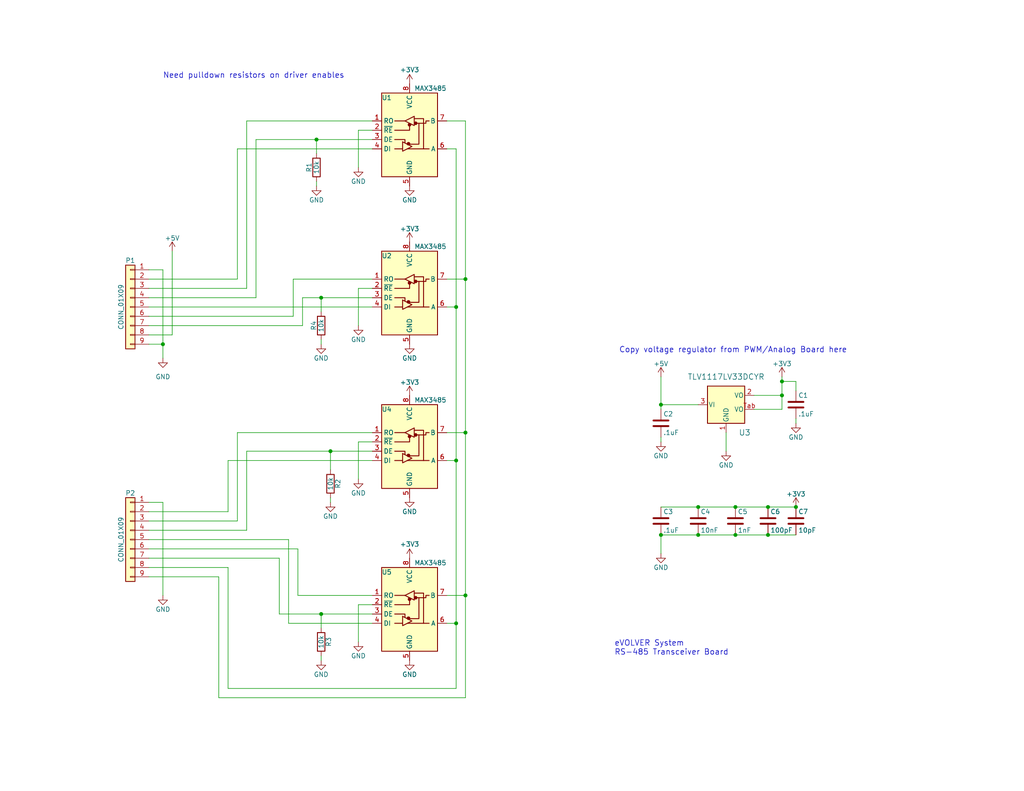
<source format=kicad_sch>
(kicad_sch (version 20211123) (generator eeschema)
  (paper "A")
  (lib_symbols
    (symbol "Connector_Generic:Conn_01x09" (pin_names (offset 1.016) hide)
      (property "Reference" "J" (at 0 12.7 0))
      (property "Value" "Conn_01x09" (at 0 -12.7 0))
      (symbol "Conn_01x09_1_1"
        (rectangle (start -1.27 -10.033) (end 0 -10.287) (stroke (width 0.1524)))
        (rectangle (start -1.27 -7.493) (end 0 -7.747) (stroke (width 0.1524)))
        (rectangle (start -1.27 -4.953) (end 0 -5.207) (stroke (width 0.1524)))
        (rectangle (start -1.27 -2.413) (end 0 -2.667) (stroke (width 0.1524)))
        (rectangle (start -1.27 0.127) (end 0 -0.127) (stroke (width 0.1524)))
        (rectangle (start -1.27 2.667) (end 0 2.413) (stroke (width 0.1524)))
        (rectangle (start -1.27 5.207) (end 0 4.953) (stroke (width 0.1524)))
        (rectangle (start -1.27 7.747) (end 0 7.493) (stroke (width 0.1524)))
        (rectangle (start -1.27 10.287) (end 0 10.033) (stroke (width 0.1524)))
        (rectangle (start -1.27 11.43) (end 1.27 -11.43) (stroke (width 0.254)) (fill (type background)))
        (pin passive line (at -5.08 10.16 0) (length 3.81) (name "Pin_1") (number "1"))
        (pin passive line (at -5.08 7.62 0) (length 3.81) (name "Pin_2") (number "2"))
        (pin passive line (at -5.08 5.08 0) (length 3.81) (name "Pin_3") (number "3"))
        (pin passive line (at -5.08 2.54 0) (length 3.81) (name "Pin_4") (number "4"))
        (pin passive line (at -5.08 0 0) (length 3.81) (name "Pin_5") (number "5"))
        (pin passive line (at -5.08 -2.54 0) (length 3.81) (name "Pin_6") (number "6"))
        (pin passive line (at -5.08 -5.08 0) (length 3.81) (name "Pin_7") (number "7"))
        (pin passive line (at -5.08 -7.62 0) (length 3.81) (name "Pin_8") (number "8"))
        (pin passive line (at -5.08 -10.16 0) (length 3.81) (name "Pin_9") (number "9"))
      )
    )
    (symbol "Device:C" (pin_numbers hide) (pin_names (offset 0.254))
      (property "Reference" "C" (at 0.635 2.54 0))
      (property "Value" "C" (at 0.635 -2.54 0))
      (symbol "C_0_1"
        (polyline (pts (xy -2.032 -0.762) (xy 2.032 -0.762)) (stroke (width 0.508)))
        (polyline (pts (xy -2.032 0.762) (xy 2.032 0.762)) (stroke (width 0.508)))
      )
      (symbol "C_1_1"
        (pin passive line (at 0 3.81 270) (length 2.794) (name "~") (number "1"))
        (pin passive line (at 0 -3.81 90) (length 2.794) (name "~") (number "2"))
      )
    )
    (symbol "Device:R" (pin_numbers hide) (pin_names (offset 0))
      (property "Reference" "R" (at 2.032 0 90))
      (property "Value" "R" (at 0 0 90))
      (symbol "R_0_1"
        (rectangle (start -1.016 -2.54) (end 1.016 2.54) (stroke (width 0.254)))
      )
      (symbol "R_1_1"
        (pin passive line (at 0 3.81 270) (length 1.27) (name "~") (number "1"))
        (pin passive line (at 0 -3.81 90) (length 1.27) (name "~") (number "2"))
      )
    )
    (symbol "Interface_UART:MAX3485"
      (property "Reference" "U" (at -6.096 11.43 0))
      (property "Value" "MAX3485" (at 0.762 11.43 0))
      (symbol "MAX3485_0_1"
        (rectangle (start -7.62 10.16) (end 7.62 -12.7) (stroke (width 0.254)) (fill (type background)))
        (circle (center -0.3048 -3.683) (radius 0.3556) (stroke (width 0.254)) (fill (type outline)))
        (circle (center -0.0254 1.4986) (radius 0.3556) (stroke (width 0.254)) (fill (type outline)))
        (polyline (pts (xy -4.064 -5.08) (xy -1.905 -5.08)) (stroke (width 0.254)))
        (polyline (pts (xy -4.064 2.54) (xy -1.27 2.54)) (stroke (width 0.254)))
        (polyline (pts (xy -1.27 -3.2004) (xy -1.27 -3.4544)) (stroke (width 0.254)))
        (polyline (pts (xy -0.635 -5.08) (xy 5.334 -5.08)) (stroke (width 0.254)))
        (polyline (pts (xy -4.064 -2.54) (xy -1.27 -2.54) (xy -1.27 -3.175)) (stroke (width 0.254)))
        (polyline (pts (xy 0 1.27) (xy 0 0) (xy -4.064 0)) (stroke (width 0.254)))
        (polyline (pts (xy 1.27 3.175) (xy 3.81 3.175) (xy 3.81 -5.08)) (stroke (width 0.254)))
        (polyline (pts (xy 2.54 1.905) (xy 2.54 -3.81) (xy 0 -3.81)) (stroke (width 0.254)))
        (polyline (pts (xy -1.905 -3.175) (xy -1.905 -5.715) (xy 0.635 -4.445) (xy -1.905 -3.175)) (stroke (width 0.254)))
        (polyline (pts (xy -1.27 2.54) (xy 1.27 3.81) (xy 1.27 1.27) (xy -1.27 2.54)) (stroke (width 0.254)))
        (polyline (pts (xy 1.905 1.905) (xy 4.445 1.905) (xy 4.445 2.54) (xy 5.334 2.54)) (stroke (width 0.254)))
        (rectangle (start 1.27 3.175) (end 1.27 3.175))
        (circle (center 1.651 1.905) (radius 0.3556) (stroke (width 0.254)) (fill (type outline)))
      )
      (symbol "MAX3485_1_1"
        (pin output line (at -10.16 2.54 0) (length 2.54) (name "RO") (number "1"))
        (pin input line (at -10.16 0 0) (length 2.54) (name "~{RE}") (number "2"))
        (pin input line (at -10.16 -2.54 0) (length 2.54) (name "DE") (number "3"))
        (pin input line (at -10.16 -5.08 0) (length 2.54) (name "DI") (number "4"))
        (pin power_in line (at 0 -15.24 90) (length 2.54) (name "GND") (number "5"))
        (pin bidirectional line (at 10.16 -5.08 180) (length 2.54) (name "A") (number "6"))
        (pin bidirectional line (at 10.16 2.54 180) (length 2.54) (name "B") (number "7"))
        (pin power_in line (at 0 12.7 270) (length 2.54) (name "VCC") (number "8"))
      )
    )
    (symbol "Regulator_Linear:TLV1117-33" (pin_names (offset 0.254))
      (property "Reference" "U3" (at 5.08 -7.62 0))
      (property "Value" "TLV1117LV33DCYR" (at 0 7.62 0))
      (symbol "TLV1117-33_0_1"
        (rectangle (start -5.08 5.08) (end 5.08 -5.08) (stroke (width 0.254)) (fill (type background)))
      )
      (symbol "TLV1117-33_1_1"
        (pin power_in line (at 0 -7.62 90) (length 2.54) (name "GND") (number "1"))
        (pin power_out line (at 7.62 2.54 180) (length 2.54) (name "VO") (number "2"))
        (pin power_in line (at -7.62 0 0) (length 2.54) (name "VI") (number "3"))
        (pin power_out line (at 7.62 -1.27 180) (length 2.54) (name "VO") (number "Tab"))
      )
    )
    (symbol "power:+3V3" (power) (pin_names (offset 0))
      (property "Value" "+3V3" (at 0 3.556 0))
      (symbol "+3V3_0_1"
        (polyline (pts (xy -0.762 1.27) (xy 0 2.54)))
        (polyline (pts (xy 0 0) (xy 0 2.54)))
        (polyline (pts (xy 0 2.54) (xy 0.762 1.27)))
      )
      (symbol "+3V3_1_1"
        (pin power_in line (at 0 0 90) (length 0) hide (name "+3V3") (number "1"))
      )
    )
    (symbol "power:+5V" (power) (pin_names (offset 0))
      (property "Value" "+5V" (at 0 3.556 0))
      (symbol "+5V_0_1"
        (polyline (pts (xy -0.762 1.27) (xy 0 2.54)))
        (polyline (pts (xy 0 0) (xy 0 2.54)))
        (polyline (pts (xy 0 2.54) (xy 0.762 1.27)))
      )
      (symbol "+5V_1_1"
        (pin power_in line (at 0 0 90) (length 0) hide (name "+5V") (number "1"))
      )
    )
    (symbol "power:GND" (power) (pin_names (offset 0))
      (property "Value" "GND" (at 0 -3.81 0))
      (symbol "GND_0_1"
        (polyline (pts (xy 0 0) (xy 0 -1.27) (xy 1.27 -1.27) (xy 0 -2.54) (xy -1.27 -1.27) (xy 0 -1.27)))
      )
      (symbol "GND_1_1"
        (pin power_in line (at 0 0 270) (length 0) hide (name "GND") (number "1"))
      )
    )
  )
  (junction (at 200.66 146.05))
  (junction (at 200.66 138.43))
  (junction (at 124.46 170.18))
  (junction (at 127 118.11))
  (junction (at 190.5 146.05))
  (junction (at 124.46 125.73))
  (junction (at 87.63 167.64))
  (junction (at 209.55 138.43))
  (junction (at 86.36 38.1))
  (junction (at 213.36 104.14))
  (junction (at 217.17 138.43))
  (junction (at 44.45 93.98))
  (junction (at 87.63 81.28))
  (junction (at 180.34 146.05))
  (junction (at 90.17 123.19))
  (junction (at 124.46 83.82))
  (junction (at 213.36 107.95))
  (junction (at 127 76.2))
  (junction (at 190.5 138.43))
  (junction (at 180.34 110.49))
  (junction (at 127 162.56))
  (junction (at 209.55 146.05))
  (wire (pts (xy 97.79 120.65) (xy 97.79 130.81)))
  (wire (pts (xy 81.28 162.56) (xy 101.6 162.56)))
  (wire (pts (xy 59.69 190.5) (xy 59.69 157.48)))
  (wire (pts (xy 121.92 170.18) (xy 124.46 170.18)))
  (wire (pts (xy 64.77 118.11) (xy 101.6 118.11)))
  (wire (pts (xy 101.6 35.56) (xy 97.79 35.56)))
  (wire (pts (xy 87.63 85.09) (xy 87.63 81.28)))
  (wire (pts (xy 86.36 38.1) (xy 101.6 38.1)))
  (wire (pts (xy 64.77 76.2) (xy 64.77 40.64)))
  (wire (pts (xy 69.85 38.1) (xy 69.85 81.28)))
  (wire (pts (xy 64.77 40.64) (xy 101.6 40.64)))
  (wire (pts (xy 69.85 81.28) (xy 40.64 81.28)))
  (wire (pts (xy 97.79 78.74) (xy 101.6 78.74)))
  (wire (pts (xy 76.2 167.64) (xy 87.63 167.64)))
  (wire (pts (xy 59.69 157.48) (xy 40.64 157.48)))
  (wire (pts (xy 217.17 114.3) (xy 217.17 115.57)))
  (wire (pts (xy 101.6 120.65) (xy 97.79 120.65)))
  (wire (pts (xy 40.64 93.98) (xy 44.45 93.98)))
  (wire (pts (xy 87.63 167.64) (xy 101.6 167.64)))
  (wire (pts (xy 200.66 138.43) (xy 209.55 138.43)))
  (wire (pts (xy 80.01 76.2) (xy 101.6 76.2)))
  (wire (pts (xy 180.34 102.87) (xy 180.34 110.49)))
  (wire (pts (xy 62.23 125.73) (xy 62.23 139.7)))
  (wire (pts (xy 213.36 104.14) (xy 213.36 107.95)))
  (wire (pts (xy 78.74 170.18) (xy 101.6 170.18)))
  (wire (pts (xy 40.64 142.24) (xy 64.77 142.24)))
  (wire (pts (xy 67.31 144.78) (xy 67.31 123.19)))
  (wire (pts (xy 124.46 40.64) (xy 124.46 83.82)))
  (wire (pts (xy 121.92 40.64) (xy 124.46 40.64)))
  (wire (pts (xy 44.45 137.16) (xy 44.45 162.56)))
  (wire (pts (xy 40.64 73.66) (xy 44.45 73.66)))
  (wire (pts (xy 127 33.02) (xy 127 76.2)))
  (wire (pts (xy 97.79 35.56) (xy 97.79 45.72)))
  (wire (pts (xy 180.34 151.13) (xy 180.34 146.05)))
  (wire (pts (xy 97.79 165.1) (xy 101.6 165.1)))
  (wire (pts (xy 124.46 83.82) (xy 124.46 125.73)))
  (wire (pts (xy 180.34 138.43) (xy 190.5 138.43)))
  (wire (pts (xy 40.64 83.82) (xy 101.6 83.82)))
  (wire (pts (xy 190.5 146.05) (xy 200.66 146.05)))
  (wire (pts (xy 121.92 76.2) (xy 127 76.2)))
  (wire (pts (xy 87.63 171.45) (xy 87.63 167.64)))
  (wire (pts (xy 78.74 147.32) (xy 78.74 170.18)))
  (wire (pts (xy 82.55 81.28) (xy 87.63 81.28)))
  (wire (pts (xy 76.2 152.4) (xy 76.2 167.64)))
  (wire (pts (xy 82.55 88.9) (xy 82.55 81.28)))
  (wire (pts (xy 40.64 76.2) (xy 64.77 76.2)))
  (wire (pts (xy 200.66 146.05) (xy 209.55 146.05)))
  (wire (pts (xy 62.23 139.7) (xy 40.64 139.7)))
  (wire (pts (xy 90.17 135.89) (xy 90.17 137.16)))
  (wire (pts (xy 62.23 125.73) (xy 101.6 125.73)))
  (wire (pts (xy 180.34 119.38) (xy 180.34 120.65)))
  (wire (pts (xy 64.77 118.11) (xy 64.77 142.24)))
  (wire (pts (xy 213.36 102.87) (xy 213.36 104.14)))
  (wire (pts (xy 87.63 179.07) (xy 87.63 180.34)))
  (wire (pts (xy 86.36 41.91) (xy 86.36 38.1)))
  (wire (pts (xy 97.79 175.26) (xy 97.79 165.1)))
  (wire (pts (xy 127 190.5) (xy 59.69 190.5)))
  (wire (pts (xy 40.64 149.86) (xy 81.28 149.86)))
  (wire (pts (xy 46.99 91.44) (xy 46.99 68.58)))
  (wire (pts (xy 67.31 33.02) (xy 101.6 33.02)))
  (wire (pts (xy 190.5 138.43) (xy 200.66 138.43)))
  (wire (pts (xy 67.31 123.19) (xy 90.17 123.19)))
  (wire (pts (xy 80.01 86.36) (xy 80.01 76.2)))
  (wire (pts (xy 121.92 83.82) (xy 124.46 83.82)))
  (wire (pts (xy 62.23 154.94) (xy 62.23 187.96)))
  (wire (pts (xy 90.17 123.19) (xy 90.17 128.27)))
  (wire (pts (xy 121.92 33.02) (xy 127 33.02)))
  (wire (pts (xy 40.64 137.16) (xy 44.45 137.16)))
  (wire (pts (xy 213.36 104.14) (xy 217.17 104.14)))
  (wire (pts (xy 217.17 104.14) (xy 217.17 106.68)))
  (wire (pts (xy 40.64 86.36) (xy 80.01 86.36)))
  (wire (pts (xy 209.55 146.05) (xy 217.17 146.05)))
  (wire (pts (xy 86.36 49.53) (xy 86.36 50.8)))
  (wire (pts (xy 87.63 81.28) (xy 101.6 81.28)))
  (wire (pts (xy 87.63 93.98) (xy 87.63 92.71)))
  (wire (pts (xy 180.34 110.49) (xy 190.5 110.49)))
  (wire (pts (xy 198.12 118.11) (xy 198.12 123.19)))
  (wire (pts (xy 40.64 147.32) (xy 78.74 147.32)))
  (wire (pts (xy 81.28 149.86) (xy 81.28 162.56)))
  (wire (pts (xy 180.34 110.49) (xy 180.34 111.76)))
  (wire (pts (xy 44.45 73.66) (xy 44.45 93.98)))
  (wire (pts (xy 127 162.56) (xy 127 190.5)))
  (wire (pts (xy 97.79 88.9) (xy 97.79 78.74)))
  (wire (pts (xy 40.64 152.4) (xy 76.2 152.4)))
  (wire (pts (xy 124.46 170.18) (xy 124.46 187.96)))
  (wire (pts (xy 67.31 78.74) (xy 67.31 33.02)))
  (wire (pts (xy 40.64 154.94) (xy 62.23 154.94)))
  (wire (pts (xy 121.92 162.56) (xy 127 162.56)))
  (wire (pts (xy 180.34 146.05) (xy 190.5 146.05)))
  (wire (pts (xy 127 118.11) (xy 127 162.56)))
  (wire (pts (xy 40.64 78.74) (xy 67.31 78.74)))
  (wire (pts (xy 213.36 107.95) (xy 213.36 111.76)))
  (wire (pts (xy 62.23 187.96) (xy 124.46 187.96)))
  (wire (pts (xy 124.46 125.73) (xy 124.46 170.18)))
  (wire (pts (xy 40.64 91.44) (xy 46.99 91.44)))
  (wire (pts (xy 121.92 125.73) (xy 124.46 125.73)))
  (wire (pts (xy 205.74 111.76) (xy 213.36 111.76)))
  (wire (pts (xy 209.55 138.43) (xy 217.17 138.43)))
  (wire (pts (xy 205.74 107.95) (xy 213.36 107.95)))
  (wire (pts (xy 40.64 88.9) (xy 82.55 88.9)))
  (wire (pts (xy 40.64 144.78) (xy 67.31 144.78)))
  (wire (pts (xy 90.17 123.19) (xy 101.6 123.19)))
  (wire (pts (xy 127 76.2) (xy 127 118.11)))
  (wire (pts (xy 121.92 118.11) (xy 127 118.11)))
  (wire (pts (xy 69.85 38.1) (xy 86.36 38.1)))
  (wire (pts (xy 44.45 93.98) (xy 44.45 97.79)))
  (text "eVOLVER System\nRS-485 Transceiver Board" (at 167.64 179.07 0) (effects (font (size 1.524 1.524)) (justify left bottom)))
  (text "Need pulldown resistors on driver enables " (at 44.45 21.59 0) (effects (font (size 1.524 1.524)) (justify left bottom)))
  (text "Copy voltage regulator from PWM/Analog Board here" (at 168.91 96.52 0) (effects (font (size 1.524 1.524)) (justify left bottom)))
  (symbol (lib_id "Interface_UART:MAX3485") (at 111.76 35.56 0) (unit 1)
    (property "Reference" "U1" (at 104.14 26.67 0) (effects (justify left)))
    (property "Value" "MAX3485" (at 113.03 24.13 0) (effects (justify left)))
    (property "Footprint" "mods:SO-8" (effects hide))
    (property "Datasheet" "https://datasheets.maximintegrated.com/en/ds/MAX3483-MAX3491.pdf" (effects hide))
    (property "Catalog Number" "1016-1816-1-ND" (effects hide))
    (property "Supplier Name" "Digi-Key" (effects hide))
  )
  (symbol (lib_id "power:+3V3") (at 111.76 22.86 0) (unit 1)
    (property "Reference" "#PWR01" (effects hide))
    (property "Value" "+3.3V" (at 111.76 19.05 0))
  )
  (symbol (lib_id "power:GND") (at 111.76 50.8 0) (unit 1)
    (property "Reference" "#PWR02" (effects hide))
    (property "Value" "GND" (at 111.76 54.61 0))
  )
  (symbol (lib_id "Interface_UART:MAX3485") (at 111.76 78.74 0) (unit 1)
    (property "Reference" "U2" (at 104.14 69.85 0) (effects (justify left)))
    (property "Value" "MAX3485" (at 113.03 67.31 0) (effects (justify left)))
    (property "Footprint" "mods:SO-8" (effects hide))
    (property "Datasheet" "https://datasheets.maximintegrated.com/en/ds/MAX3483-MAX3491.pdf" (effects hide))
    (property "Catalog Number" "1016-1816-1-ND" (effects hide))
    (property "Supplier Name" "Digi-Key" (effects hide))
  )
  (symbol (lib_id "power:+3V3") (at 111.76 66.04 0) (unit 1)
    (property "Reference" "#PWR03" (effects hide))
    (property "Value" "+3.3V" (at 111.76 62.484 0))
  )
  (symbol (lib_id "power:GND") (at 111.76 93.98 0) (unit 1)
    (property "Reference" "#PWR04" (effects hide))
    (property "Value" "GND" (at 111.76 97.79 0))
  )
  (symbol (lib_id "Interface_UART:MAX3485") (at 111.76 120.65 0) (unit 1)
    (property "Reference" "U4" (at 104.14 111.76 0) (effects (justify left)))
    (property "Value" "MAX3485" (at 113.03 109.22 0) (effects (justify left)))
    (property "Footprint" "mods:SO-8" (effects hide))
    (property "Datasheet" "https://datasheets.maximintegrated.com/en/ds/MAX3483-MAX3491.pdf" (effects hide))
    (property "Catalog Number" "1016-1816-1-ND" (effects hide))
    (property "Supplier Name" "Digi-Key" (effects hide))
  )
  (symbol (lib_id "power:+3V3") (at 111.76 107.95 0) (unit 1)
    (property "Reference" "#PWR05" (effects hide))
    (property "Value" "+3.3V" (at 111.76 104.394 0))
  )
  (symbol (lib_id "power:GND") (at 111.76 135.89 0) (unit 1)
    (property "Reference" "#PWR06" (effects hide))
    (property "Value" "GND" (at 111.76 139.7 0))
  )
  (symbol (lib_id "Interface_UART:MAX3485") (at 111.76 165.1 0) (unit 1)
    (property "Reference" "U5" (at 104.14 156.21 0) (effects (justify left)))
    (property "Value" "MAX3485" (at 113.03 153.67 0) (effects (justify left)))
    (property "Footprint" "mods:SO-8" (effects hide))
    (property "Datasheet" "https://datasheets.maximintegrated.com/en/ds/MAX3483-MAX3491.pdf" (effects hide))
    (property "Catalog Number" "1016-1816-1-ND" (effects hide))
    (property "Supplier Name" "Digi-Key" (effects hide))
  )
  (symbol (lib_id "power:+3V3") (at 111.76 152.4 0) (unit 1)
    (property "Reference" "#PWR07" (effects hide))
    (property "Value" "+3.3V" (at 111.76 148.59 0))
  )
  (symbol (lib_id "power:GND") (at 111.76 180.34 0) (unit 1)
    (property "Reference" "#PWR08" (effects hide))
    (property "Value" "GND" (at 111.76 184.15 0))
  )
  (symbol (lib_id "Device:C") (at 190.5 142.24 0) (unit 1)
    (property "Reference" "C4" (at 191.135 139.7 0) (effects (justify left)))
    (property "Value" "10nF" (at 191.135 144.78 0) (effects (justify left)))
    (property "Footprint" "mods:C_0402" (effects hide))
    (property "Catalog Number" "490-10777-6-ND" (effects hide))
    (property "Supplier Name" "Digi-Key" (effects hide))
  )
  (symbol (lib_id "Device:C") (at 200.66 142.24 0) (unit 1)
    (property "Reference" "C5" (at 201.295 139.7 0) (effects (justify left)))
    (property "Value" "1nF" (at 201.295 144.78 0) (effects (justify left)))
    (property "Footprint" "mods:C_0402" (effects hide))
    (property "Catalog Number" "490-10777-6-ND" (effects hide))
    (property "Supplier Name" "Digi-Key" (effects hide))
  )
  (symbol (lib_id "Device:C") (at 209.55 142.24 0) (unit 1)
    (property "Reference" "C6" (at 210.185 139.7 0) (effects (justify left)))
    (property "Value" "100pF" (at 210.185 144.78 0) (effects (justify left)))
    (property "Footprint" "mods:C_0402" (effects hide))
    (property "Catalog Number" "490-10777-6-ND" (effects hide))
    (property "Supplier Name" "Digi-Key" (effects hide))
  )
  (symbol (lib_id "Device:C") (at 217.17 142.24 0) (unit 1)
    (property "Reference" "C7" (at 217.805 139.7 0) (effects (justify left)))
    (property "Value" "10pF" (at 217.805 144.78 0) (effects (justify left)))
    (property "Footprint" "mods:C_0402" (effects hide))
    (property "Catalog Number" "490-10777-6-ND" (effects hide))
    (property "Supplier Name" "Digi-Key" (effects hide))
  )
  (symbol (lib_id "Device:C") (at 180.34 142.24 0) (unit 1)
    (property "Reference" "C3" (at 180.975 139.7 0) (effects (justify left)))
    (property "Value" ".1uF" (at 180.975 144.78 0) (effects (justify left)))
    (property "Footprint" "mods:C_0402" (effects hide))
    (property "Catalog Number" "490-10777-6-ND" (effects hide))
    (property "Supplier Name" "Digi-Key" (effects hide))
  )
  (symbol (lib_id "power:GND") (at 180.34 151.13 0) (unit 1)
    (property "Reference" "#PWR09" (effects hide))
    (property "Value" "GND" (at 180.34 154.94 0))
  )
  (symbol (lib_id "power:+3V3") (at 217.17 138.43 0) (unit 1)
    (property "Reference" "#PWR010" (effects hide))
    (property "Value" "+3.3V" (at 217.17 134.874 0))
  )
  (symbol (lib_id "power:GND") (at 97.79 45.72 0) (unit 1)
    (property "Reference" "#PWR011" (effects hide))
    (property "Value" "GND" (at 97.79 49.53 0))
  )
  (symbol (lib_id "power:GND") (at 97.79 88.9 0) (unit 1)
    (property "Reference" "#PWR012" (effects hide))
    (property "Value" "GND" (at 97.79 92.71 0))
  )
  (symbol (lib_id "power:GND") (at 44.45 97.79 0) (unit 1)
    (property "Reference" "#PWR013" (effects hide))
    (property "Value" "GND" (at 44.45 102.87 0))
  )
  (symbol (lib_id "power:+5V") (at 46.99 68.58 0) (unit 1)
    (property "Reference" "#PWR014" (effects hide))
    (property "Value" "+5V" (at 46.99 65.024 0))
  )
  (symbol (lib_id "power:GND") (at 97.79 130.81 0) (unit 1)
    (property "Reference" "#PWR015" (effects hide))
    (property "Value" "GND" (at 97.79 134.62 0))
  )
  (symbol (lib_id "power:GND") (at 97.79 175.26 0) (unit 1)
    (property "Reference" "#PWR016" (effects hide))
    (property "Value" "GND" (at 97.79 179.07 0))
  )
  (symbol (lib_id "power:GND") (at 44.45 162.56 0) (unit 1)
    (property "Reference" "#PWR017" (effects hide))
    (property "Value" "GND" (at 44.45 166.37 0))
  )
  (symbol (lib_id "Connector_Generic:Conn_01x09") (at 35.56 83.82 0) (mirror y) (unit 1)
    (property "Reference" "P1" (at 35.56 71.12 0))
    (property "Value" "CONN_01X09" (at 33.02 83.82 90))
    (property "Footprint" "mods:9_pin_10in" (effects hide))
    (property "Catalog Number" "ED6809-ND" (effects hide))
    (property "Supplier Name" "Digi-Key" (effects hide))
  )
  (symbol (lib_id "Connector_Generic:Conn_01x09") (at 35.56 147.32 0) (mirror y) (unit 1)
    (property "Reference" "P2" (at 35.56 134.62 0))
    (property "Value" "CONN_01X09" (at 33.02 147.32 90))
    (property "Footprint" "mods:9_pin_10in" (effects hide))
    (property "Catalog Number" "ED6809-ND" (effects hide))
    (property "Supplier Name" "Digi-Key" (effects hide))
  )
  (symbol (lib_id "Device:R") (at 86.36 45.72 0) (mirror y) (unit 1)
    (property "Reference" "R1" (at 84.328 45.72 90))
    (property "Value" "10k" (at 86.36 45.72 90))
    (property "Footprint" "mods:R_0402" (effects hide))
    (property "Catalog Number" "311-10KJRCT-ND" (effects hide))
    (property "Supplier Name" "Digi-Key" (effects hide))
  )
  (symbol (lib_id "power:GND") (at 86.36 50.8 0) (unit 1)
    (property "Reference" "#PWR018" (effects hide))
    (property "Value" "GND" (at 86.36 54.61 0))
  )
  (symbol (lib_id "Device:R") (at 87.63 88.9 180) (unit 1)
    (property "Reference" "R4" (at 85.598 88.9 90))
    (property "Value" "10k" (at 87.63 88.9 90))
    (property "Footprint" "mods:R_0402" (effects hide))
    (property "Catalog Number" "311-10KJRCT-ND" (effects hide))
    (property "Supplier Name" "Digi-Key" (effects hide))
  )
  (symbol (lib_id "power:GND") (at 87.63 93.98 0) (unit 1)
    (property "Reference" "#PWR019" (effects hide))
    (property "Value" "GND" (at 87.63 97.79 0))
  )
  (symbol (lib_id "Device:R") (at 90.17 132.08 0) (unit 1)
    (property "Reference" "R2" (at 92.202 132.08 90))
    (property "Value" "10k" (at 90.17 132.08 90))
    (property "Footprint" "mods:R_0402" (effects hide))
    (property "Catalog Number" "311-10KJRCT-ND" (effects hide))
    (property "Supplier Name" "Digi-Key" (effects hide))
  )
  (symbol (lib_id "power:GND") (at 90.17 137.16 0) (unit 1)
    (property "Reference" "#PWR020" (effects hide))
    (property "Value" "GND" (at 90.17 140.97 0))
  )
  (symbol (lib_id "Device:R") (at 87.63 175.26 0) (unit 1)
    (property "Reference" "R3" (at 89.662 175.26 90))
    (property "Value" "10k" (at 87.63 175.26 90))
    (property "Footprint" "mods:R_0402" (effects hide))
    (property "Catalog Number" "311-10KJRCT-ND" (effects hide))
    (property "Supplier Name" "Digi-Key" (effects hide))
  )
  (symbol (lib_id "power:GND") (at 87.63 180.34 0) (unit 1)
    (property "Reference" "#PWR021" (effects hide))
    (property "Value" "GND" (at 87.63 184.15 0))
  )
  (symbol (lib_id "Regulator_Linear:TLV1117-33") (at 198.12 110.49 0) (unit 1)
    (property "Reference" "U3" (at 203.2 118.11 0) (effects (font (size 1.524 1.524))))
    (property "Value" "TLV1117LV33DCYR" (at 198.12 102.87 0) (effects (font (size 1.524 1.524))))
    (property "Footprint" "mods:TLV1117LV33DCYR" (effects hide))
    (property "Datasheet" "http://www.ti.com/lit/ds/symlink/tlv1117.pdf" (effects hide))
    (property "Catalog Number" "296-28778-1-ND" (effects hide))
    (property "Supplier Name" "Digi-Key" (effects hide))
  )
  (symbol (lib_id "power:GND") (at 198.12 123.19 0) (unit 1)
    (property "Reference" "#PWR022" (effects hide))
    (property "Value" "GND" (at 198.12 127 0))
  )
  (symbol (lib_id "power:+5V") (at 180.34 102.87 0) (unit 1)
    (property "Reference" "#PWR023" (effects hide))
    (property "Value" "+5V" (at 180.34 99.314 0))
  )
  (symbol (lib_id "Device:C") (at 180.34 115.57 0) (unit 1)
    (property "Reference" "C2" (at 180.975 113.03 0) (effects (justify left)))
    (property "Value" ".1uF" (at 180.975 118.11 0) (effects (justify left)))
    (property "Footprint" "mods:C_0402" (effects hide))
    (property "Catalog Number" "490-10777-6-ND" (effects hide))
    (property "Supplier Name" "Digi-Key" (effects hide))
  )
  (symbol (lib_id "power:GND") (at 180.34 120.65 0) (unit 1)
    (property "Reference" "#PWR024" (effects hide))
    (property "Value" "GND" (at 180.34 124.46 0))
  )
  (symbol (lib_id "Device:C") (at 217.17 110.49 0) (unit 1)
    (property "Reference" "C1" (at 217.805 107.95 0) (effects (justify left)))
    (property "Value" ".1uF" (at 217.805 113.03 0) (effects (justify left)))
    (property "Footprint" "mods:C_0402" (effects hide))
    (property "Catalog Number" "490-10777-6-ND" (effects hide))
    (property "Supplier Name" "Digi-Key" (effects hide))
  )
  (symbol (lib_id "power:GND") (at 217.17 115.57 0) (unit 1)
    (property "Reference" "#PWR025" (effects hide))
    (property "Value" "GND" (at 217.17 119.38 0))
  )
  (symbol (lib_id "power:+3V3") (at 213.36 102.87 0) (unit 1)
    (property "Reference" "#PWR026" (effects hide))
    (property "Value" "+3.3V" (at 213.36 99.314 0))
  )
)
</source>
